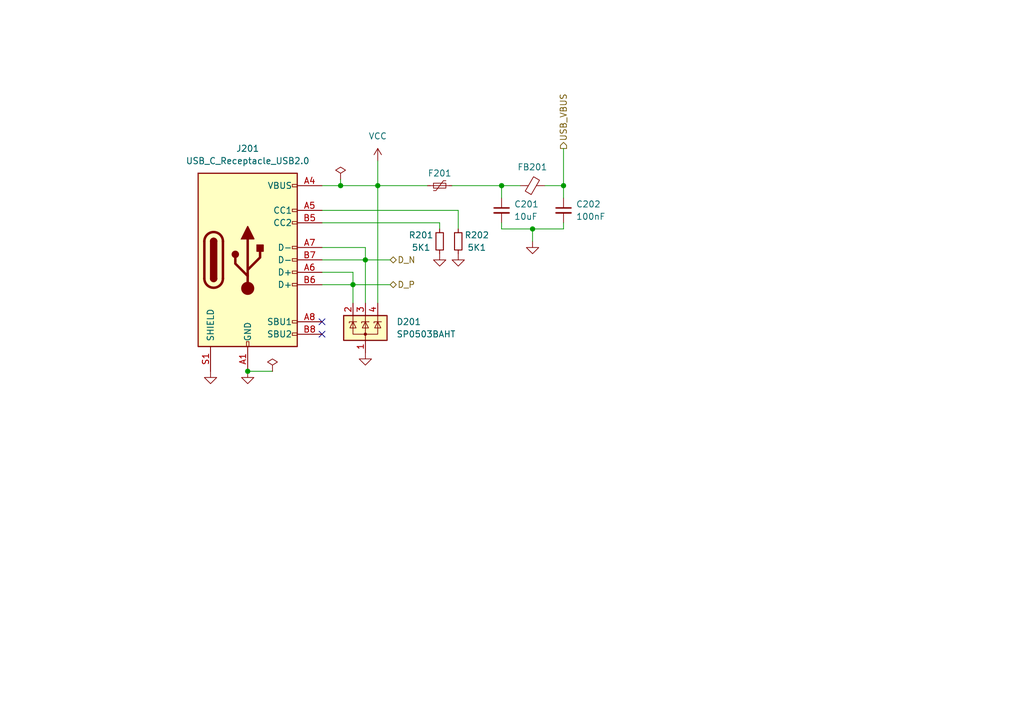
<source format=kicad_sch>
(kicad_sch (version 20230121) (generator eeschema)
  (paper "A5")
  (lib_symbols
    (symbol "Connector:USB_C_Receptacle_USB2.0" (pin_names (offset 1.016))
      (property "Reference" "J" (at -10.16 19.05 0))
      (property "Value" "USB_C_Receptacle_USB2.0" (at 19.05 19.05 0))
      (symbol "USB_C_Receptacle_USB2.0_0_0"
        (rectangle (start -0.254 -17.78) (end 0.254 -16.764))
        (rectangle (start 10.16 -14.986) (end 9.144 -15.494))
        (rectangle (start 10.16 -12.446) (end 9.144 -12.954))
        (rectangle (start 10.16 -4.826) (end 9.144 -5.334))
        (rectangle (start 10.16 -2.286) (end 9.144 -2.794))
        (rectangle (start 10.16 0.254) (end 9.144 -0.254))
        (rectangle (start 10.16 2.794) (end 9.144 2.286))
        (rectangle (start 10.16 7.874) (end 9.144 7.366))
        (rectangle (start 10.16 10.414) (end 9.144 9.906))
        (rectangle (start 10.16 15.494) (end 9.144 14.986))
      )
      (symbol "USB_C_Receptacle_USB2.0_0_1"
        (rectangle (start -10.16 17.78) (end 10.16 -17.78) (stroke (width 0.254)) (fill (type background)))
        (arc (start -8.89 -3.81) (mid -6.985 -5.7067) (end -5.08 -3.81) (stroke (width 0.508)))
        (arc (start -7.62 -3.81) (mid -6.985 -4.4423) (end -6.35 -3.81) (stroke (width 0.254)))
        (arc (start -7.62 -3.81) (mid -6.985 -4.4423) (end -6.35 -3.81) (stroke (width 0.254)) (fill (type outline)))
        (rectangle (start -7.62 -3.81) (end -6.35 3.81) (stroke (width 0.254)) (fill (type outline)))
        (arc (start -6.35 3.81) (mid -6.985 4.4423) (end -7.62 3.81) (stroke (width 0.254)))
        (arc (start -6.35 3.81) (mid -6.985 4.4423) (end -7.62 3.81) (stroke (width 0.254)) (fill (type outline)))
        (arc (start -5.08 3.81) (mid -6.985 5.7067) (end -8.89 3.81) (stroke (width 0.508)))
        (circle (center -2.54 1.143) (radius 0.635) (stroke (width 0.254)) (fill (type outline)))
        (circle (center 0 -5.842) (radius 1.27) (fill (type outline)))
        (polyline (pts (xy -8.89 -3.81) (xy -8.89 3.81)) (stroke (width 0.508)))
        (polyline (pts (xy -5.08 3.81) (xy -5.08 -3.81)) (stroke (width 0.508)))
        (polyline (pts (xy 0 -5.842) (xy 0 4.318)) (stroke (width 0.508)))
        (polyline (pts (xy 0 -3.302) (xy -2.54 -0.762) (xy -2.54 0.508)) (stroke (width 0.508)))
        (polyline (pts (xy 0 -2.032) (xy 2.54 0.508) (xy 2.54 1.778)) (stroke (width 0.508)))
        (polyline (pts (xy -1.27 4.318) (xy 0 6.858) (xy 1.27 4.318) (xy -1.27 4.318)) (stroke (width 0.254)) (fill (type outline)))
        (rectangle (start 1.905 1.778) (end 3.175 3.048) (stroke (width 0.254)) (fill (type outline)))
      )
      (symbol "USB_C_Receptacle_USB2.0_1_1"
        (pin passive line (at 0 -22.86 90) (length 5.08) (name "GND") (number "A1"))
        (pin passive line (at 0 -22.86 90) (length 5.08) hide (name "GND") (number "A12"))
        (pin passive line (at 15.24 15.24 180) (length 5.08) (name "VBUS") (number "A4"))
        (pin bidirectional line (at 15.24 10.16 180) (length 5.08) (name "CC1") (number "A5"))
        (pin bidirectional line (at 15.24 -2.54 180) (length 5.08) (name "D+") (number "A6"))
        (pin bidirectional line (at 15.24 2.54 180) (length 5.08) (name "D-") (number "A7"))
        (pin bidirectional line (at 15.24 -12.7 180) (length 5.08) (name "SBU1") (number "A8"))
        (pin passive line (at 15.24 15.24 180) (length 5.08) hide (name "VBUS") (number "A9"))
        (pin passive line (at 0 -22.86 90) (length 5.08) hide (name "GND") (number "B1"))
        (pin passive line (at 0 -22.86 90) (length 5.08) hide (name "GND") (number "B12"))
        (pin passive line (at 15.24 15.24 180) (length 5.08) hide (name "VBUS") (number "B4"))
        (pin bidirectional line (at 15.24 7.62 180) (length 5.08) (name "CC2") (number "B5"))
        (pin bidirectional line (at 15.24 -5.08 180) (length 5.08) (name "D+") (number "B6"))
        (pin bidirectional line (at 15.24 0 180) (length 5.08) (name "D-") (number "B7"))
        (pin bidirectional line (at 15.24 -15.24 180) (length 5.08) (name "SBU2") (number "B8"))
        (pin passive line (at 15.24 15.24 180) (length 5.08) hide (name "VBUS") (number "B9"))
        (pin passive line (at -7.62 -22.86 90) (length 5.08) (name "SHIELD") (number "S1"))
      )
    )
    (symbol "Device:C_Small" (pin_numbers hide) (pin_names (offset 0.254) hide)
      (property "Reference" "C" (at 0.254 1.778 0))
      (property "Value" "C_Small" (at 0.254 -2.032 0))
      (symbol "C_Small_0_1"
        (polyline (pts (xy -1.524 -0.508) (xy 1.524 -0.508)) (stroke (width 0.3302)))
        (polyline (pts (xy -1.524 0.508) (xy 1.524 0.508)) (stroke (width 0.3048)))
      )
      (symbol "C_Small_1_1"
        (pin passive line (at 0 2.54 270) (length 2.032) (name "~") (number "1"))
        (pin passive line (at 0 -2.54 90) (length 2.032) (name "~") (number "2"))
      )
    )
    (symbol "Device:FerriteBead_Small" (pin_numbers hide) (pin_names (offset 0))
      (property "Reference" "FB" (at 1.905 1.27 0))
      (property "Value" "FerriteBead_Small" (at 1.905 -1.27 0))
      (symbol "FerriteBead_Small_0_1"
        (polyline (pts (xy 0 -1.27) (xy 0 -0.7874)))
        (polyline (pts (xy 0 0.889) (xy 0 1.2954)))
        (polyline (pts (xy -1.8288 0.2794) (xy -1.1176 1.4986) (xy 1.8288 -0.2032) (xy 1.1176 -1.4224) (xy -1.8288 0.2794)))
      )
      (symbol "FerriteBead_Small_1_1"
        (pin passive line (at 0 2.54 270) (length 1.27) (name "~") (number "1"))
        (pin passive line (at 0 -2.54 90) (length 1.27) (name "~") (number "2"))
      )
    )
    (symbol "Device:Polyfuse_Small" (pin_numbers hide) (pin_names (offset 0))
      (property "Reference" "F" (at -1.905 0 90))
      (property "Value" "Polyfuse_Small" (at 1.905 0 90))
      (symbol "Polyfuse_Small_0_1"
        (rectangle (start -0.508 1.27) (end 0.508 -1.27))
        (polyline (pts (xy 0 2.54) (xy 0 -2.54)))
        (polyline (pts (xy -1.016 1.27) (xy -1.016 0.762) (xy 1.016 -0.762) (xy 1.016 -1.27)))
      )
      (symbol "Polyfuse_Small_1_1"
        (pin passive line (at 0 2.54 270) (length 0.635) (name "~") (number "1"))
        (pin passive line (at 0 -2.54 90) (length 0.635) (name "~") (number "2"))
      )
    )
    (symbol "Device:R_Small" (pin_numbers hide) (pin_names (offset 0.254) hide)
      (property "Reference" "R" (at 0.762 0.508 0))
      (property "Value" "R_Small" (at 0.762 -1.016 0))
      (symbol "R_Small_0_1"
        (rectangle (start -0.762 1.778) (end 0.762 -1.778) (stroke (width 0.2032)))
      )
      (symbol "R_Small_1_1"
        (pin passive line (at 0 2.54 270) (length 0.762) (name "~") (number "1"))
        (pin passive line (at 0 -2.54 90) (length 0.762) (name "~") (number "2"))
      )
    )
    (symbol "Power_Protection:SP0503BAHT" (pin_names hide)
      (property "Reference" "D" (at 5.715 2.54 0))
      (property "Value" "SP0503BAHT" (at 5.715 0.635 0))
      (symbol "SP0503BAHT_0_0"
        (pin passive line (at 0 -5.08 90) (length 2.54) (name "A") (number "1"))
      )
      (symbol "SP0503BAHT_0_1"
        (rectangle (start -4.445 2.54) (end 4.445 -2.54) (stroke (width 0.254)) (fill (type background)))
        (circle (center 0 -1.27) (radius 0.254) (fill (type outline)))
        (polyline (pts (xy -2.54 2.54) (xy -2.54 1.27)))
        (polyline (pts (xy 0 -1.27) (xy 0 -2.54)))
        (polyline (pts (xy 0 -1.27) (xy 0 1.27)))
        (polyline (pts (xy 0 2.54) (xy 0 1.27)))
        (polyline (pts (xy 0.635 1.27) (xy 0.762 1.27)))
        (polyline (pts (xy 2.54 2.54) (xy 2.54 1.27)))
        (polyline (pts (xy 0.635 1.27) (xy -0.762 1.27) (xy -0.762 1.016)))
        (polyline (pts (xy -3.302 1.016) (xy -3.302 1.27) (xy -1.905 1.27) (xy -1.778 1.27)))
        (polyline (pts (xy -2.54 1.27) (xy -2.54 -1.27) (xy 2.54 -1.27) (xy 2.54 1.27)))
        (polyline (pts (xy -2.54 1.27) (xy -1.905 0) (xy -3.175 0) (xy -2.54 1.27)))
        (polyline (pts (xy 0.635 0) (xy -0.635 0) (xy 0 1.27) (xy 0.635 0)))
        (polyline (pts (xy 1.778 1.016) (xy 1.778 1.27) (xy 3.175 1.27) (xy 3.302 1.27)))
        (polyline (pts (xy 2.54 1.27) (xy 1.905 0) (xy 3.175 0) (xy 2.54 1.27)))
      )
      (symbol "SP0503BAHT_1_1"
        (pin passive line (at -2.54 5.08 270) (length 2.54) (name "K") (number "2"))
        (pin passive line (at 0 5.08 270) (length 2.54) (name "K") (number "3"))
        (pin passive line (at 2.54 5.08 270) (length 2.54) (name "K") (number "4"))
      )
    )
    (symbol "power:GND" (power) (pin_names (offset 0))
      (property "Value" "GND" (at 0 -3.81 0))
      (symbol "GND_0_1"
        (polyline (pts (xy 0 0) (xy 0 -1.27) (xy 1.27 -1.27) (xy 0 -2.54) (xy -1.27 -1.27) (xy 0 -1.27)))
      )
      (symbol "GND_1_1"
        (pin power_in line (at 0 0 270) (length 0) hide (name "GND") (number "1"))
      )
    )
    (symbol "power:PWR_FLAG" (power) (pin_numbers hide) (pin_names (offset 0) hide)
      (property "Value" "PWR_FLAG" (at 0 3.81 0))
      (symbol "PWR_FLAG_0_0"
        (pin power_out line (at 0 0 90) (length 0) (name "pwr") (number "1"))
      )
      (symbol "PWR_FLAG_0_1"
        (polyline (pts (xy 0 0) (xy 0 1.27) (xy -1.016 1.905) (xy 0 2.54) (xy 1.016 1.905) (xy 0 1.27)))
      )
    )
    (symbol "power:VCC" (power) (pin_names (offset 0))
      (property "Value" "VCC" (at 0 3.81 0))
      (symbol "VCC_0_1"
        (polyline (pts (xy -0.762 1.27) (xy 0 2.54)))
        (polyline (pts (xy 0 0) (xy 0 2.54)))
        (polyline (pts (xy 0 2.54) (xy 0.762 1.27)))
      )
      (symbol "VCC_1_1"
        (pin power_in line (at 0 0 90) (length 0) hide (name "VCC") (number "1"))
      )
    )
  )
  (junction (at 109.22 46.99))
  (junction (at 74.93 53.34))
  (junction (at 102.87 38.1))
  (junction (at 69.85 38.1))
  (junction (at 72.39 58.42))
  (junction (at 77.47 38.1))
  (junction (at 115.57 38.1))
  (junction (at 50.8 76.2))
  (no_connect (at 66.04 66.04))
  (no_connect (at 66.04 68.58))
  (wire (pts (xy 74.93 53.34) (xy 80.01 53.34)))
  (wire (pts (xy 115.57 30.48) (xy 115.57 38.1)))
  (wire (pts (xy 72.39 58.42) (xy 80.01 58.42)))
  (wire (pts (xy 115.57 46.99) (xy 115.57 45.72)))
  (wire (pts (xy 109.22 46.99) (xy 115.57 46.99)))
  (wire (pts (xy 74.93 53.34) (xy 74.93 62.23)))
  (wire (pts (xy 102.87 40.64) (xy 102.87 38.1)))
  (wire (pts (xy 66.04 53.34) (xy 74.93 53.34)))
  (wire (pts (xy 66.04 55.88) (xy 72.39 55.88)))
  (wire (pts (xy 93.98 43.18) (xy 93.98 46.99)))
  (wire (pts (xy 69.85 38.1) (xy 77.47 38.1)))
  (wire (pts (xy 77.47 33.02) (xy 77.47 38.1)))
  (wire (pts (xy 102.87 38.1) (xy 106.68 38.1)))
  (wire (pts (xy 66.04 58.42) (xy 72.39 58.42)))
  (wire (pts (xy 66.04 38.1) (xy 69.85 38.1)))
  (wire (pts (xy 77.47 38.1) (xy 77.47 62.23)))
  (wire (pts (xy 109.22 46.99) (xy 102.87 46.99)))
  (wire (pts (xy 74.93 50.8) (xy 74.93 53.34)))
  (wire (pts (xy 66.04 50.8) (xy 74.93 50.8)))
  (wire (pts (xy 72.39 58.42) (xy 72.39 62.23)))
  (wire (pts (xy 77.47 38.1) (xy 87.63 38.1)))
  (wire (pts (xy 115.57 38.1) (xy 111.76 38.1)))
  (wire (pts (xy 115.57 38.1) (xy 115.57 40.64)))
  (wire (pts (xy 66.04 43.18) (xy 93.98 43.18)))
  (wire (pts (xy 90.17 45.72) (xy 90.17 46.99)))
  (wire (pts (xy 69.85 36.83) (xy 69.85 38.1)))
  (wire (pts (xy 102.87 46.99) (xy 102.87 45.72)))
  (wire (pts (xy 50.8 76.2) (xy 55.88 76.2)))
  (wire (pts (xy 72.39 55.88) (xy 72.39 58.42)))
  (wire (pts (xy 109.22 49.53) (xy 109.22 46.99)))
  (wire (pts (xy 66.04 45.72) (xy 90.17 45.72)))
  (wire (pts (xy 92.71 38.1) (xy 102.87 38.1)))
  (hierarchical_label "D_P" (shape bidirectional) (at 80.01 58.42 0))
  (hierarchical_label "D_N" (shape bidirectional) (at 80.01 53.34 0))
  (hierarchical_label "USB_VBUS" (shape output) (at 115.57 30.48 90))
  (symbol (lib_id "power:GND") (at 90.17 52.07 0) (unit 1)
    (property "Reference" "#PWR0203" (effects hide))
    (property "Value" "GND" (effects hide))
    (instances (project "mini-project-2-wled-board" (path "" (reference "#PWR0203") (unit 1))) (project "arudino-clone" (path "" (reference "#PWR?") (unit 1)) (path "" (reference "#PWR0202") (unit 1))))
  )
  (symbol (lib_id "Power_Protection:SP0503BAHT") (at 74.93 67.31 0) (unit 1)
    (property "Reference" "D201" (at 81.28 66.0399 0) (effects (justify left)))
    (property "Value" "SP0503BAHT" (at 81.28 68.5799 0) (effects (justify left)))
    (property "Footprint" "Package_TO_SOT_SMD:SOT-143" (effects hide))
    (property "Datasheet" "http://www.littelfuse.com/~/media/files/littelfuse/technical%20resources/documents/data%20sheets/sp05xxba.pdf" (effects hide))
    (property "LCSC" "C7074" (effects hide))
    (instances (project "mini-project-2-wled-board" (path "" (reference "D201") (unit 1))) (project "arudino-clone" (path "" (reference "D?") (unit 1)) (path "" (reference "D201") (unit 1))))
  )
  (symbol (lib_id "power:GND") (at 43.18 76.2 0) (unit 1)
    (property "Reference" "#PWR0206" (effects hide))
    (property "Value" "GND" (effects hide))
    (instances (project "mini-project-2-wled-board" (path "" (reference "#PWR0206") (unit 1))) (project "arudino-clone" (path "" (reference "#PWR?") (unit 1)) (path "" (reference "#PWR0205") (unit 1))))
  )
  (symbol (lib_id "Connector:USB_C_Receptacle_USB2.0") (at 50.8 53.34 0) (unit 1)
    (property "Reference" "J201" (at 50.8 30.48 0))
    (property "Value" "USB_C_Receptacle_USB2.0" (at 50.8 33.02 0))
    (property "Footprint" "Project:USB_C_Receptable_918-418K2023S40001" (effects hide))
    (property "Datasheet" "https://www.usb.org/sites/default/files/documents/usb_type-c.zip" (effects hide))
    (property "LCSC" "C2982555" (effects hide))
    (instances (project "mini-project-2-wled-board" (path "" (reference "J201") (unit 1))) (project "arudino-clone" (path "" (reference "J?") (unit 1)) (path "" (reference "J201") (unit 1))))
  )
  (symbol (lib_id "Device:C_Small") (at 115.57 43.18 0) (unit 1)
    (property "Reference" "C202" (at 118.11 41.91 0) (effects (justify left)))
    (property "Value" "100nF" (at 118.11 44.45 0) (effects (justify left)))
    (property "Footprint" "Capacitor_SMD:C_0603_1608Metric" (effects hide))
    (property "LCSC" "C14663" (effects hide))
    (instances (project "mini-project-2-wled-board" (path "" (reference "C202") (unit 1))) (project "arudino-clone" (path "" (reference "C102") (unit 1)) (path "" (reference "C202") (unit 1))))
  )
  (symbol (lib_id "Device:FerriteBead_Small") (at 109.22 38.1 90) (unit 1)
    (property "Reference" "FB201" (at 109.1819 34.29 90))
    (property "Value" "FerriteBead_Small" (effects hide))
    (property "Footprint" "Resistor_SMD:R_0805_2012Metric" (effects hide))
    (property "LCSC" "C74487" (effects hide))
    (instances (project "mini-project-2-wled-board" (path "" (reference "FB201") (unit 1))) (project "arudino-clone" (path "" (reference "FB?") (unit 1)) (path "" (reference "FB201") (unit 1))))
  )
  (symbol (lib_id "power:VCC") (at 77.47 33.02 0) (unit 1)
    (property "Reference" "#PWR0201" (effects hide))
    (property "Value" "VCC" (at 77.47 27.94 0))
  )
  (symbol (lib_id "Device:R_Small") (at 90.17 49.53 180) (unit 1)
    (property "Reference" "R201" (at 86.36 48.26 0))
    (property "Value" "5K1" (at 86.36 50.8 0))
    (property "Footprint" "Capacitor_SMD:C_0603_1608Metric" (effects hide))
    (property "LCSC" "C23186" (effects hide))
    (instances (project "mini-project-2-wled-board" (path "" (reference "R201") (unit 1))) (project "arudino-clone" (path "" (reference "R?") (unit 1)) (path "" (reference "R201") (unit 1))))
  )
  (symbol (lib_id "power:PWR_FLAG") (at 55.88 76.2 0) (unit 1)
    (property "Reference" "#FLG0202" (effects hide))
    (property "Value" "PWR_FLAG" (effects hide))
  )
  (symbol (lib_id "Device:R_Small") (at 93.98 49.53 0) (mirror x) (unit 1)
    (property "Reference" "R202" (at 97.79 48.26 0))
    (property "Value" "5K1" (at 97.79 50.8 0))
    (property "Footprint" "Capacitor_SMD:C_0603_1608Metric" (effects hide))
    (property "LCSC" "C23186" (effects hide))
    (instances (project "mini-project-2-wled-board" (path "" (reference "R202") (unit 1))) (project "arudino-clone" (path "" (reference "R?") (unit 1)) (path "" (reference "R202") (unit 1))))
  )
  (symbol (lib_id "power:GND") (at 50.8 76.2 0) (unit 1)
    (property "Reference" "#PWR0207" (effects hide))
    (property "Value" "GND" (effects hide))
    (instances (project "mini-project-2-wled-board" (path "" (reference "#PWR0207") (unit 1))) (project "arudino-clone" (path "" (reference "#PWR?") (unit 1)) (path "" (reference "#PWR0206") (unit 1))))
  )
  (symbol (lib_id "power:GND") (at 93.98 52.07 0) (unit 1)
    (property "Reference" "#PWR0204" (effects hide))
    (property "Value" "GND" (effects hide))
    (instances (project "mini-project-2-wled-board" (path "" (reference "#PWR0204") (unit 1))) (project "arudino-clone" (path "" (reference "#PWR?") (unit 1)) (path "" (reference "#PWR0203") (unit 1))))
  )
  (symbol (lib_id "Device:C_Small") (at 102.87 43.18 0) (unit 1)
    (property "Reference" "C201" (at 105.41 41.91 0) (effects (justify left)))
    (property "Value" "10uF" (at 105.41 44.45 0) (effects (justify left)))
    (property "Footprint" "Capacitor_SMD:C_0603_1608Metric" (effects hide))
    (property "LCSC" "C19702" (effects hide))
    (instances (project "mini-project-2-wled-board" (path "" (reference "C201") (unit 1))) (project "arudino-clone" (path "" (reference "C101") (unit 1)) (path "" (reference "C201") (unit 1))))
  )
  (symbol (lib_id "Device:Polyfuse_Small") (at 90.17 38.1 90) (unit 1)
    (property "Reference" "F201" (at 90.17 35.56 90))
    (property "Value" "Polyfuse_Small" (effects hide))
    (property "Footprint" "Fuse:Fuse_0603_1608Metric" (effects hide))
    (property "LCSC" "C2757930" (effects hide))
    (instances (project "mini-project-2-wled-board" (path "" (reference "F201") (unit 1))) (project "arudino-clone" (path "" (reference "F?") (unit 1)) (path "" (reference "F201") (unit 1))))
  )
  (symbol (lib_id "power:GND") (at 74.93 72.39 0) (unit 1)
    (property "Reference" "#PWR0205" (effects hide))
    (property "Value" "GND" (effects hide))
    (instances (project "mini-project-2-wled-board" (path "" (reference "#PWR0205") (unit 1))) (project "arudino-clone" (path "" (reference "#PWR?") (unit 1)) (path "" (reference "#PWR0204") (unit 1))))
  )
  (symbol (lib_id "power:PWR_FLAG") (at 69.85 36.83 0) (unit 1)
    (property "Reference" "#FLG0201" (effects hide))
    (property "Value" "PWR_FLAG" (effects hide))
  )
  (symbol (lib_id "power:GND") (at 109.22 49.53 0) (unit 1)
    (property "Reference" "#PWR0202" (effects hide))
    (property "Value" "GND" (effects hide))
    (instances (project "mini-project-2-wled-board" (path "" (reference "#PWR0202") (unit 1))) (project "arudino-clone" (path "" (reference "#PWR?") (unit 1)) (path "" (reference "#PWR0201") (unit 1))))
  )
)
</source>
